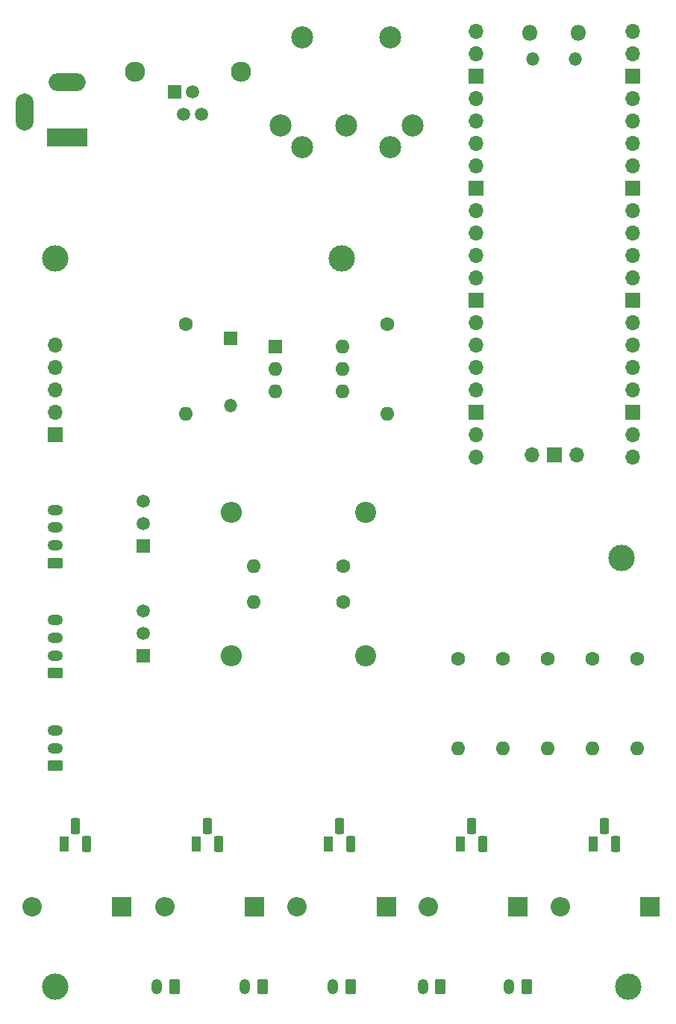
<source format=gbr>
%TF.GenerationSoftware,KiCad,Pcbnew,7.0.10*%
%TF.CreationDate,2024-03-03T10:32:20-06:00*%
%TF.ProjectId,Zimbelstern,5a696d62-656c-4737-9465-726e2e6b6963,rev?*%
%TF.SameCoordinates,Original*%
%TF.FileFunction,Soldermask,Bot*%
%TF.FilePolarity,Negative*%
%FSLAX46Y46*%
G04 Gerber Fmt 4.6, Leading zero omitted, Abs format (unit mm)*
G04 Created by KiCad (PCBNEW 7.0.10) date 2024-03-03 10:32:20*
%MOMM*%
%LPD*%
G01*
G04 APERTURE LIST*
G04 Aperture macros list*
%AMRoundRect*
0 Rectangle with rounded corners*
0 $1 Rounding radius*
0 $2 $3 $4 $5 $6 $7 $8 $9 X,Y pos of 4 corners*
0 Add a 4 corners polygon primitive as box body*
4,1,4,$2,$3,$4,$5,$6,$7,$8,$9,$2,$3,0*
0 Add four circle primitives for the rounded corners*
1,1,$1+$1,$2,$3*
1,1,$1+$1,$4,$5*
1,1,$1+$1,$6,$7*
1,1,$1+$1,$8,$9*
0 Add four rect primitives between the rounded corners*
20,1,$1+$1,$2,$3,$4,$5,0*
20,1,$1+$1,$4,$5,$6,$7,0*
20,1,$1+$1,$6,$7,$8,$9,0*
20,1,$1+$1,$8,$9,$2,$3,0*%
G04 Aperture macros list end*
%ADD10C,3.000000*%
%ADD11O,1.200000X1.750000*%
%ADD12RoundRect,0.250000X0.350000X0.625000X-0.350000X0.625000X-0.350000X-0.625000X0.350000X-0.625000X0*%
%ADD13C,1.500000*%
%ADD14R,1.500000X1.500000*%
%ADD15RoundRect,0.250000X0.625000X-0.350000X0.625000X0.350000X-0.625000X0.350000X-0.625000X-0.350000X0*%
%ADD16O,1.750000X1.200000*%
%ADD17O,2.200000X2.200000*%
%ADD18R,2.200000X2.200000*%
%ADD19O,1.600000X1.600000*%
%ADD20R,1.600000X1.600000*%
%ADD21C,1.600000*%
%ADD22C,2.400000*%
%ADD23O,2.400000X2.400000*%
%ADD24O,1.700000X1.700000*%
%ADD25R,1.700000X1.700000*%
%ADD26R,1.100000X1.800000*%
%ADD27RoundRect,0.275000X-0.275000X-0.625000X0.275000X-0.625000X0.275000X0.625000X-0.275000X0.625000X0*%
%ADD28C,2.499360*%
%ADD29C,2.300000*%
%ADD30O,2.000000X4.200000*%
%ADD31O,4.200000X2.000000*%
%ADD32R,4.600000X2.000000*%
%ADD33O,1.500000X1.500000*%
%ADD34O,1.800000X1.800000*%
G04 APERTURE END LIST*
D10*
%TO.C,H5*%
X109220000Y-91440000D03*
%TD*%
%TO.C,H4*%
X77500000Y-57500000D03*
%TD*%
%TO.C,H3*%
X45000000Y-140000000D03*
%TD*%
%TO.C,H2*%
X110000000Y-140000000D03*
%TD*%
%TO.C,H1*%
X45000000Y-57500000D03*
%TD*%
D11*
%TO.C,J5*%
X76500000Y-140000000D03*
D12*
X78500000Y-140000000D03*
%TD*%
D13*
%TO.C,Q7*%
X55000000Y-84960000D03*
X55000000Y-87500000D03*
D14*
X55000000Y-90040000D03*
%TD*%
D11*
%TO.C,J6*%
X66500000Y-140000000D03*
D12*
X68500000Y-140000000D03*
%TD*%
D15*
%TO.C,J10*%
X45000000Y-115000000D03*
D16*
X45000000Y-113000000D03*
X45000000Y-111000000D03*
%TD*%
D17*
%TO.C,D5*%
X42340000Y-131000000D03*
D18*
X52500000Y-131000000D03*
%TD*%
D19*
%TO.C,U2*%
X77620000Y-67460000D03*
X77620000Y-70000000D03*
X77620000Y-72540000D03*
X70000000Y-72540000D03*
X70000000Y-70000000D03*
D20*
X70000000Y-67460000D03*
%TD*%
D19*
%TO.C,R7*%
X82700000Y-75080000D03*
D21*
X82700000Y-64920000D03*
%TD*%
D22*
%TO.C,R9*%
X80240000Y-102500000D03*
D23*
X65000000Y-102500000D03*
%TD*%
D21*
%TO.C,R11*%
X77700000Y-92340000D03*
D19*
X67540000Y-92340000D03*
%TD*%
D18*
%TO.C,D3*%
X82580000Y-131000000D03*
D17*
X72420000Y-131000000D03*
%TD*%
D18*
%TO.C,D2*%
X97500000Y-131000000D03*
D17*
X87340000Y-131000000D03*
%TD*%
D21*
%TO.C,R4*%
X95760000Y-102840000D03*
D19*
X95760000Y-113000000D03*
%TD*%
D11*
%TO.C,J4*%
X86700000Y-140000000D03*
D12*
X88700000Y-140000000D03*
%TD*%
D24*
%TO.C,J3*%
X45000000Y-67340000D03*
X45000000Y-69880000D03*
X45000000Y-72420000D03*
X45000000Y-74960000D03*
D25*
X45000000Y-77500000D03*
%TD*%
D21*
%TO.C,R8*%
X77700000Y-96390000D03*
D19*
X67540000Y-96390000D03*
%TD*%
D26*
%TO.C,Q5*%
X46000000Y-123900000D03*
D27*
X47270000Y-121830000D03*
X48540000Y-123900000D03*
%TD*%
D17*
%TO.C,D4*%
X57420000Y-131000000D03*
D18*
X67580000Y-131000000D03*
%TD*%
D26*
%TO.C,Q2*%
X91000000Y-123900000D03*
D27*
X92270000Y-121830000D03*
X93540000Y-123900000D03*
%TD*%
D21*
%TO.C,R5*%
X90680000Y-102840000D03*
D19*
X90680000Y-113000000D03*
%TD*%
D22*
%TO.C,R10*%
X80240000Y-86230000D03*
D23*
X65000000Y-86230000D03*
%TD*%
D28*
%TO.C,J8*%
X83027520Y-32385000D03*
X73025000Y-32385000D03*
X70528180Y-42379900D03*
X78026260Y-42382440D03*
X85524340Y-42379900D03*
X73030080Y-44881800D03*
X83022440Y-44881800D03*
%TD*%
D26*
%TO.C,Q1*%
X106000000Y-123900000D03*
D27*
X107270000Y-121830000D03*
X108540000Y-123900000D03*
%TD*%
D16*
%TO.C,J11*%
X45000000Y-86000000D03*
X45000000Y-88000000D03*
X45000000Y-90000000D03*
D15*
X45000000Y-92000000D03*
%TD*%
D18*
%TO.C,D1*%
X112500000Y-131000000D03*
D17*
X102340000Y-131000000D03*
%TD*%
D21*
%TO.C,R3*%
X100840000Y-102840000D03*
D19*
X100840000Y-113000000D03*
%TD*%
%TO.C,R6*%
X59840000Y-75080000D03*
D21*
X59840000Y-64920000D03*
%TD*%
D29*
%TO.C,J9*%
X54040000Y-36330000D03*
X66040000Y-36330000D03*
D14*
X58510000Y-38630000D03*
D13*
X59530000Y-41170000D03*
X60550000Y-38630000D03*
X61570000Y-41170000D03*
%TD*%
%TO.C,Q6*%
X55000000Y-97460000D03*
X55000000Y-100000000D03*
D14*
X55000000Y-102540000D03*
%TD*%
D15*
%TO.C,J12*%
X45000000Y-104500000D03*
D16*
X45000000Y-102500000D03*
X45000000Y-100500000D03*
X45000000Y-98500000D03*
%TD*%
D12*
%TO.C,J2*%
X98500000Y-140000000D03*
D11*
X96500000Y-140000000D03*
%TD*%
D27*
%TO.C,Q4*%
X63540000Y-123900000D03*
X62270000Y-121830000D03*
D26*
X61000000Y-123900000D03*
%TD*%
D19*
%TO.C,R1*%
X111000000Y-113000000D03*
D21*
X111000000Y-102840000D03*
%TD*%
D26*
%TO.C,Q3*%
X76000000Y-123900000D03*
D27*
X77270000Y-121830000D03*
X78540000Y-123900000D03*
%TD*%
D30*
%TO.C,J1*%
X41555000Y-40865000D03*
D31*
X46355000Y-37465000D03*
D32*
X46355000Y-43765000D03*
%TD*%
D21*
%TO.C,R2*%
X105920000Y-102840000D03*
D19*
X105920000Y-113000000D03*
%TD*%
D33*
%TO.C,D6*%
X64920000Y-74120000D03*
D14*
X64920000Y-66500000D03*
%TD*%
D34*
%TO.C,U1*%
X98875000Y-31880000D03*
D33*
X99175000Y-34910000D03*
X104025000Y-34910000D03*
D34*
X104325000Y-31880000D03*
D24*
X92710000Y-31750000D03*
X92710000Y-34290000D03*
D25*
X92710000Y-36830000D03*
D24*
X92710000Y-39370000D03*
X92710000Y-41910000D03*
X92710000Y-44450000D03*
X92710000Y-46990000D03*
D25*
X92710000Y-49530000D03*
D24*
X92710000Y-52070000D03*
X92710000Y-54610000D03*
X92710000Y-57150000D03*
X92710000Y-59690000D03*
D25*
X92710000Y-62230000D03*
D24*
X92710000Y-64770000D03*
X92710000Y-67310000D03*
X92710000Y-69850000D03*
X92710000Y-72390000D03*
D25*
X92710000Y-74930000D03*
D24*
X92710000Y-77470000D03*
X92710000Y-80010000D03*
X110490000Y-80010000D03*
X110490000Y-77470000D03*
D25*
X110490000Y-74930000D03*
D24*
X110490000Y-72390000D03*
X110490000Y-69850000D03*
X110490000Y-67310000D03*
X110490000Y-64770000D03*
D25*
X110490000Y-62230000D03*
D24*
X110490000Y-59690000D03*
X110490000Y-57150000D03*
X110490000Y-54610000D03*
X110490000Y-52070000D03*
D25*
X110490000Y-49530000D03*
D24*
X110490000Y-46990000D03*
X110490000Y-44450000D03*
X110490000Y-41910000D03*
X110490000Y-39370000D03*
D25*
X110490000Y-36830000D03*
D24*
X110490000Y-34290000D03*
X110490000Y-31750000D03*
X99060000Y-79780000D03*
D25*
X101600000Y-79780000D03*
D24*
X104140000Y-79780000D03*
%TD*%
D11*
%TO.C,J7*%
X56500000Y-140050000D03*
D12*
X58500000Y-140050000D03*
%TD*%
M02*

</source>
